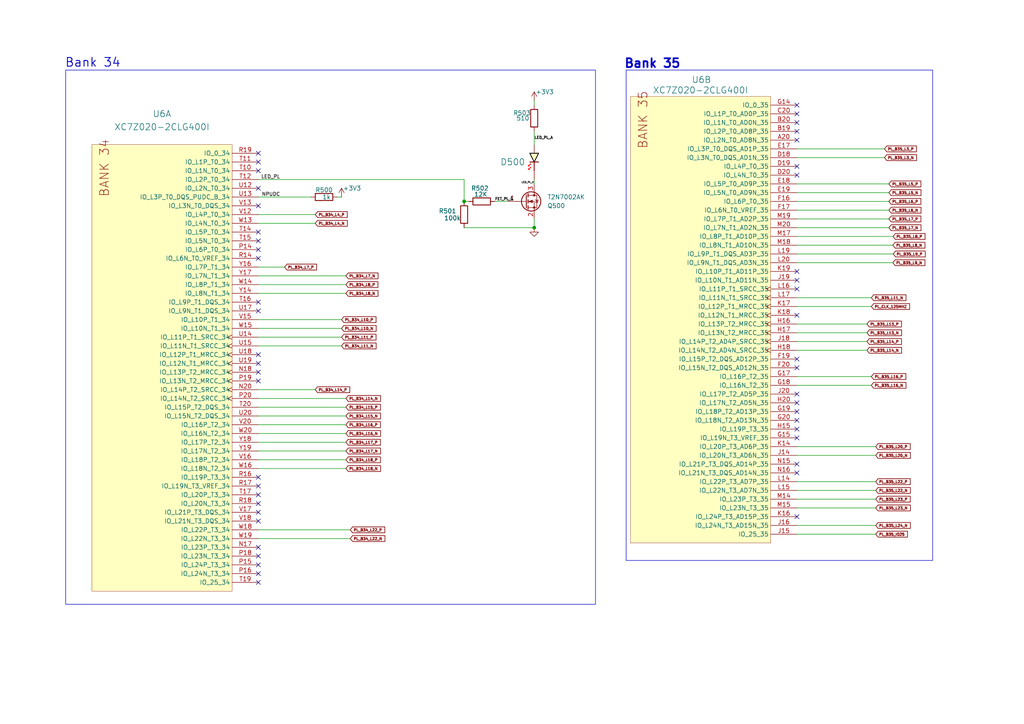
<source format=kicad_sch>
(kicad_sch (version 20231120) (generator "eeschema") (generator_version "8.0")
  (paper "A4")
  (title_block (title "Zynq Programmable Logic (PL)") (date "2024-11-30") (rev "1"))
  (junction (at 154.94 66.04))
  (junction (at 134.62 58.42))
  (no_connect (at 231.14 81.28))
  (no_connect (at 74.93 166.37))
  (no_connect (at 74.93 54.61))
  (no_connect (at 74.93 74.93))
  (no_connect (at 231.14 30.48))
  (no_connect (at 74.93 168.91))
  (no_connect (at 231.14 114.3))
  (no_connect (at 231.14 134.62))
  (no_connect (at 74.93 44.45))
  (no_connect (at 231.14 127))
  (no_connect (at 74.93 138.43))
  (no_connect (at 74.93 72.39))
  (no_connect (at 74.93 146.05))
  (no_connect (at 74.93 110.49))
  (no_connect (at 74.93 163.83))
  (no_connect (at 231.14 124.46))
  (no_connect (at 231.14 38.1))
  (no_connect (at 231.14 104.14))
  (no_connect (at 74.93 87.63))
  (no_connect (at 74.93 107.95))
  (no_connect (at 74.93 105.41))
  (no_connect (at 231.14 35.56))
  (no_connect (at 231.14 78.74))
  (no_connect (at 74.93 140.97))
  (no_connect (at 74.93 49.53))
  (no_connect (at 231.14 137.16))
  (no_connect (at 74.93 69.85))
  (no_connect (at 231.14 48.26))
  (no_connect (at 74.93 151.13))
  (no_connect (at 74.93 102.87))
  (no_connect (at 231.14 121.92))
  (no_connect (at 74.93 158.75))
  (no_connect (at 231.14 116.84))
  (no_connect (at 74.93 148.59))
  (no_connect (at 231.14 40.64))
  (no_connect (at 231.14 83.82))
  (no_connect (at 74.93 143.51))
  (no_connect (at 74.93 161.29))
  (no_connect (at 74.93 59.69))
  (no_connect (at 231.14 119.38))
  (no_connect (at 74.93 46.99))
  (no_connect (at 231.14 33.02))
  (no_connect (at 231.14 106.68))
  (no_connect (at 231.14 91.44))
  (no_connect (at 74.93 67.31))
  (no_connect (at 231.14 149.86))
  (no_connect (at 74.93 90.17))
  (no_connect (at 231.14 50.8))
  (wire (pts (xy 74.93 123.19) (xy 100.33 123.19)))
  (wire (pts (xy 99.06 57.15) (xy 97.79 57.15)))
  (wire (pts (xy 74.93 135.89) (xy 100.33 135.89)))
  (wire (pts (xy 231.14 132.08) (xy 254 132.08)))
  (wire (pts (xy 134.62 66.04) (xy 154.94 66.04)))
  (wire (pts (xy 231.14 45.72) (xy 256.54 45.72)))
  (wire (pts (xy 231.14 66.04) (xy 257.81 66.04)))
  (wire (pts (xy 231.14 86.36) (xy 252.73 86.36)))
  (wire (pts (xy 231.14 73.66) (xy 259.08 73.66)))
  (wire (pts (xy 231.14 76.2) (xy 259.08 76.2)))
  (wire (pts (xy 74.93 125.73) (xy 100.33 125.73)))
  (wire (pts (xy 231.14 144.78) (xy 254 144.78)))
  (wire (pts (xy 74.93 85.09) (xy 100.33 85.09)))
  (wire (pts (xy 154.94 38.1) (xy 154.94 41.91)))
  (wire (pts (xy 231.14 101.6) (xy 251.46 101.6)))
  (wire (pts (xy 231.14 154.94) (xy 254 154.94)))
  (wire (pts (xy 231.14 129.54) (xy 254 129.54)))
  (wire (pts (xy 231.14 71.12) (xy 259.08 71.12)))
  (wire (pts (xy 134.62 52.07) (xy 134.62 58.42)))
  (wire (pts (xy 74.93 97.79) (xy 99.06 97.79)))
  (wire (pts (xy 231.14 147.32) (xy 254 147.32)))
  (wire (pts (xy 231.14 60.96) (xy 257.81 60.96)))
  (wire (pts (xy 231.14 58.42) (xy 257.81 58.42)))
  (wire (pts (xy 74.93 95.25) (xy 99.06 95.25)))
  (wire (pts (xy 154.94 52.07) (xy 154.94 53.34)))
  (wire (pts (xy 74.93 62.23) (xy 91.44 62.23)))
  (wire (pts (xy 74.93 100.33) (xy 99.06 100.33)))
  (wire (pts (xy 74.93 118.11) (xy 100.33 118.11)))
  (wire (pts (xy 154.94 66.04) (xy 154.94 63.5)))
  (wire (pts (xy 74.93 128.27) (xy 100.33 128.27)))
  (wire (pts (xy 231.14 55.88) (xy 257.81 55.88)))
  (wire (pts (xy 74.93 52.07) (xy 134.62 52.07)))
  (wire (pts (xy 231.14 109.22) (xy 252.73 109.22)))
  (wire (pts (xy 74.93 92.71) (xy 99.06 92.71)))
  (wire (pts (xy 231.14 43.18) (xy 256.54 43.18)))
  (wire (pts (xy 231.14 88.9) (xy 252.73 88.9)))
  (wire (pts (xy 231.14 152.4) (xy 254 152.4)))
  (wire (pts (xy 82.55 77.47) (xy 74.93 77.47)))
  (wire (pts (xy 251.46 93.98) (xy 231.14 93.98)))
  (wire (pts (xy 74.93 133.35) (xy 100.33 133.35)))
  (wire (pts (xy 231.14 96.52) (xy 251.46 96.52)))
  (wire (pts (xy 74.93 156.21) (xy 101.6 156.21)))
  (wire (pts (xy 231.14 142.24) (xy 254 142.24)))
  (wire (pts (xy 74.93 153.67) (xy 101.6 153.67)))
  (wire (pts (xy 231.14 111.76) (xy 252.73 111.76)))
  (wire (pts (xy 74.93 113.03) (xy 91.44 113.03)))
  (wire (pts (xy 147.32 58.42) (xy 143.51 58.42)))
  (wire (pts (xy 231.14 139.7) (xy 254 139.7)))
  (wire (pts (xy 74.93 130.81) (xy 100.33 130.81)))
  (wire (pts (xy 154.94 29.21) (xy 154.94 30.48)))
  (wire (pts (xy 74.93 80.01) (xy 100.33 80.01)))
  (wire (pts (xy 231.14 68.58) (xy 259.08 68.58)))
  (wire (pts (xy 231.14 99.06) (xy 251.46 99.06)))
  (wire (pts (xy 74.93 82.55) (xy 100.33 82.55)))
  (wire (pts (xy 74.93 120.65) (xy 100.33 120.65)))
  (wire (pts (xy 231.14 53.34) (xy 257.81 53.34)))
  (wire (pts (xy 231.14 63.5) (xy 257.81 63.5)))
  (wire (pts (xy 134.62 58.42) (xy 135.89 58.42)))
  (wire (pts (xy 74.93 115.57) (xy 100.33 115.57)))
  (wire (pts (xy 74.93 57.15) (xy 90.17 57.15)))
  (wire (pts (xy 74.93 64.77) (xy 91.44 64.77)))
  (rectangle (start 19.05 20.32) (end 172.72 175.26))
  (rectangle (start 181.61 20.32) (end 270.51 162.56))
  (text "Bank 35" (at 189.23 18.542 0) (effects (font (size 2.54 2.54) (thickness 0.508) (bold yes))))
  (text "Bank 34" (at 26.924 18.288 0) (effects (font (size 2.54 2.54) (thickness 0.254) (bold yes))))
  (label "LED_PL_A" (at 154.94 40.64 0) (effects (font (size 0.762 0.762) (thickness 0.254) (bold yes))))
  (label "NPUDC" (at 81.28 57.15 180) (effects (font (size 1.016 1.016))))
  (label "FET_PL_G" (at 143.51 58.42 0) (effects (font (size 0.762 0.762) (thickness 0.254) (bold yes))))
  (label "LED_PL" (at 81.28 52.07 180) (effects (font (size 1.016 1.016))))
  (label "LED_PL_K" (at 154.94 53.34 180) (effects (font (size 0.508 0.508) (thickness 0.254) (bold yes))))
  (global_label "PL_B34_L10_P" (shape input) (at 99.06 92.71 0) (effects (font (size 0.762 0.762) (thickness 0.254) (bold yes))) (property "Intersheetrefs" "${INTERSHEET_REFS}" (effects (hide yes))))
  (global_label "PL_B34_L16_P" (shape input) (at 100.33 123.19 0) (effects (font (size 0.762 0.762) (thickness 0.254) (bold yes))) (property "Intersheetrefs" "${INTERSHEET_REFS}" (effects (hide yes))))
  (global_label "PL_B35_L8_P" (shape input) (at 259.0323 68.58 0) (effects (font (size 0.762 0.762) (thickness 0.254) (bold yes))) (property "Intersheetrefs" "${INTERSHEET_REFS}" (effects (hide yes))))
  (global_label "PL_B34_L22_P" (shape input) (at 101.6 153.67 0) (effects (font (size 0.762 0.762) (thickness 0.254) (bold yes))) (property "Intersheetrefs" "${INTERSHEET_REFS}" (effects (hide yes))))
  (global_label "PL_B34_L16_N" (shape input) (at 100.33 125.73 0) (effects (font (size 0.762 0.762) (thickness 0.254) (bold yes))) (property "Intersheetrefs" "${INTERSHEET_REFS}" (effects (hide yes))))
  (global_label "PL_B35_L9_P" (shape input) (at 259.08 73.66 0) (effects (font (size 0.762 0.762) (thickness 0.254) (bold yes))) (property "Intersheetrefs" "${INTERSHEET_REFS}" (effects (hide yes))))
  (global_label "PL_B34_L8_P" (shape input) (at 100.33 82.55 0) (effects (font (size 0.762 0.762) (thickness 0.254) (bold yes))) (property "Intersheetrefs" "${INTERSHEET_REFS}" (effects (hide yes))))
  (global_label "PL_B34_L8_N" (shape input) (at 100.33 85.09 0) (effects (font (size 0.762 0.762) (thickness 0.254) (bold yes))) (property "Intersheetrefs" "${INTERSHEET_REFS}" (effects (hide yes))))
  (global_label "PL_B35_L6_N" (shape input) (at 257.81 60.96 0) (effects (font (size 0.762 0.762) (thickness 0.254) (bold yes))) (property "Intersheetrefs" "${INTERSHEET_REFS}" (effects (hide yes))))
  (global_label "PL_B34_L7_P" (shape input) (at 82.55 77.47 0) (effects (font (size 0.762 0.762) (thickness 0.254) (bold yes))) (property "Intersheetrefs" "${INTERSHEET_REFS}" (effects (hide yes))))
  (global_label "PL_B34_L18_P" (shape input) (at 100.33 133.35 0) (effects (font (size 0.762 0.762) (thickness 0.254) (bold yes))) (property "Intersheetrefs" "${INTERSHEET_REFS}" (effects (hide yes))))
  (global_label "PL_B34_L22_N" (shape input) (at 101.6 156.21 0) (effects (font (size 0.762 0.762) (thickness 0.254) (bold yes))) (property "Intersheetrefs" "${INTERSHEET_REFS}" (effects (hide yes))))
  (global_label "PL_B34_L15_N" (shape input) (at 100.33 120.65 0) (effects (font (size 0.762 0.762) (thickness 0.254) (bold yes))) (property "Intersheetrefs" "${INTERSHEET_REFS}" (effects (hide yes))))
  (global_label "PL_B35_L11_N" (shape input) (at 252.73 86.36 0) (effects (font (size 0.762 0.762) (thickness 0.254) (bold yes))) (property "Intersheetrefs" "${INTERSHEET_REFS}" (effects (hide yes))))
  (global_label "PL_B35_L3_N" (shape input) (at 256.54 45.72 0) (effects (font (size 0.762 0.762) (thickness 0.254) (bold yes))) (property "Intersheetrefs" "${INTERSHEET_REFS}" (effects (hide yes))))
  (global_label "PL_CLK_125MHZ" (shape input) (at 252.73 88.9 0) (effects (font (size 0.762 0.762) (thickness 0.254) (bold yes))) (property "Intersheetrefs" "${INTERSHEET_REFS}" (effects (hide yes))))
  (global_label "PL_B35_L23_P" (shape input) (at 254 144.78 0) (effects (font (size 0.762 0.762) (thickness 0.254) (bold yes))) (property "Intersheetrefs" "${INTERSHEET_REFS}" (effects (hide yes))))
  (global_label "PL_B35_L16_N" (shape input) (at 252.73 111.76 0) (effects (font (size 0.762 0.762) (thickness 0.254) (bold yes))) (property "Intersheetrefs" "${INTERSHEET_REFS}" (effects (hide yes))))
  (global_label "PL_B34_L15_P" (shape input) (at 100.33 118.11 0) (effects (font (size 0.762 0.762) (thickness 0.254) (bold yes))) (property "Intersheetrefs" "${INTERSHEET_REFS}" (effects (hide yes))))
  (global_label "PL_B34_L14_N" (shape input) (at 100.33 115.57 0) (effects (font (size 0.762 0.762) (thickness 0.254) (bold yes))) (property "Intersheetrefs" "${INTERSHEET_REFS}" (effects (hide yes))))
  (global_label "PL_B34_L4_P" (shape input) (at 91.44 62.23 0) (effects (font (size 0.762 0.762) (thickness 0.254) (bold yes))) (property "Intersheetrefs" "${INTERSHEET_REFS}" (effects (hide yes))))
  (global_label "PL_B35_L3_P" (shape input) (at 256.54 43.18 0) (effects (font (size 0.762 0.762) (thickness 0.254) (bold yes))) (property "Intersheetrefs" "${INTERSHEET_REFS}" (effects (hide yes))))
  (global_label "PL_B35_L13_N" (shape input) (at 251.46 96.52 0) (effects (font (size 0.762 0.762) (thickness 0.254) (bold yes))) (property "Intersheetrefs" "${INTERSHEET_REFS}" (effects (hide yes))))
  (global_label "PL_B34_L10_N" (shape input) (at 99.06 95.25 0) (effects (font (size 0.762 0.762) (thickness 0.254) (bold yes))) (property "Intersheetrefs" "${INTERSHEET_REFS}" (effects (hide yes))))
  (global_label "PL_B35_L23_N" (shape input) (at 254 147.32 0) (effects (font (size 0.762 0.762) (thickness 0.254) (bold yes))) (property "Intersheetrefs" "${INTERSHEET_REFS}" (effects (hide yes))))
  (global_label "PL_B34_L11_P" (shape input) (at 99.06 97.79 0) (effects (font (size 0.762 0.762) (thickness 0.254) (bold yes))) (property "Intersheetrefs" "${INTERSHEET_REFS}" (effects (hide yes))))
  (global_label "PL_B34_L11_N" (shape input) (at 99.06 100.33 0) (effects (font (size 0.762 0.762) (thickness 0.254) (bold yes))) (property "Intersheetrefs" "${INTERSHEET_REFS}" (effects (hide yes))))
  (global_label "PL_B35_L7_N" (shape input) (at 257.81 66.04 0) (effects (font (size 0.762 0.762) (thickness 0.254) (bold yes))) (property "Intersheetrefs" "${INTERSHEET_REFS}" (effects (hide yes))))
  (global_label "PL_B34_L7_N" (shape input) (at 100.33 80.01 0) (effects (font (size 0.762 0.762) (thickness 0.254) (bold yes))) (property "Intersheetrefs" "${INTERSHEET_REFS}" (effects (hide yes))))
  (global_label "PL_B35_L24_N" (shape input) (at 254 152.4 0) (effects (font (size 0.762 0.762) (thickness 0.254) (bold yes))) (property "Intersheetrefs" "${INTERSHEET_REFS}" (effects (hide yes))))
  (global_label "PL_B35_L8_N" (shape input) (at 258.9604 71.12 0) (effects (font (size 0.762 0.762) (thickness 0.254) (bold yes))) (property "Intersheetrefs" "${INTERSHEET_REFS}" (effects (hide yes))))
  (global_label "PL_B35_L5_P" (shape input) (at 257.81 53.34 0) (effects (font (size 0.762 0.762) (thickness 0.254) (bold yes))) (property "Intersheetrefs" "${INTERSHEET_REFS}" (effects (hide yes))))
  (global_label "PL_B35_IO25" (shape input) (at 254 154.94 0) (effects (font (size 0.762 0.762) (thickness 0.254) (bold yes))) (property "Intersheetrefs" "${INTERSHEET_REFS}" (effects (hide yes))))
  (global_label "PL_B35_L7_P" (shape input) (at 257.81 63.5 0) (effects (font (size 0.762 0.762) (thickness 0.254) (bold yes))) (property "Intersheetrefs" "${INTERSHEET_REFS}" (effects (hide yes))))
  (global_label "PL_B34_L4_N" (shape input) (at 91.44 64.77 0) (effects (font (size 0.762 0.762) (thickness 0.254) (bold yes))) (property "Intersheetrefs" "${INTERSHEET_REFS}" (effects (hide yes))))
  (global_label "PL_B35_L20_N" (shape input) (at 254 132.08 0) (effects (font (size 0.762 0.762) (thickness 0.254) (bold yes))) (property "Intersheetrefs" "${INTERSHEET_REFS}" (effects (hide yes))))
  (global_label "PL_B35_L14_P" (shape input) (at 251.46 99.06 0) (effects (font (size 0.762 0.762) (thickness 0.254) (bold yes))) (property "Intersheetrefs" "${INTERSHEET_REFS}" (effects (hide yes))))
  (global_label "PL_B35_L13_P" (shape input) (at 251.46 93.98 0) (effects (font (size 0.762 0.762) (thickness 0.254) (bold yes))) (property "Intersheetrefs" "${INTERSHEET_REFS}" (effects (hide yes))))
  (global_label "PL_B35_L6_P" (shape input) (at 257.81 58.42 0) (effects (font (size 0.762 0.762) (thickness 0.254) (bold yes))) (property "Intersheetrefs" "${INTERSHEET_REFS}" (effects (hide yes))))
  (global_label "PL_B35_L16_P" (shape input) (at 252.73 109.22 0) (effects (font (size 0.762 0.762) (thickness 0.254) (bold yes))) (property "Intersheetrefs" "${INTERSHEET_REFS}" (effects (hide yes))))
  (global_label "PL_B35_L5_N" (shape input) (at 257.81 55.88 0) (effects (font (size 0.762 0.762) (thickness 0.254) (bold yes))) (property "Intersheetrefs" "${INTERSHEET_REFS}" (effects (hide yes))))
  (global_label "PL_B34_L17_P" (shape input) (at 100.33 128.27 0) (effects (font (size 0.762 0.762) (thickness 0.254) (bold yes))) (property "Intersheetrefs" "${INTERSHEET_REFS}" (effects (hide yes))))
  (global_label "PL_B35_L14_N" (shape input) (at 251.46 101.6 0) (effects (font (size 0.762 0.762) (thickness 0.254) (bold yes))) (property "Intersheetrefs" "${INTERSHEET_REFS}" (effects (hide yes))))
  (global_label "PL_B35_L22_P" (shape input) (at 254 139.7 0) (effects (font (size 0.762 0.762) (thickness 0.254) (bold yes))) (property "Intersheetrefs" "${INTERSHEET_REFS}" (effects (hide yes))))
  (global_label "PL_B35_L20_P" (shape input) (at 254 129.54 0) (effects (font (size 0.762 0.762) (thickness 0.254) (bold yes))) (property "Intersheetrefs" "${INTERSHEET_REFS}" (effects (hide yes))))
  (global_label "PL_B34_L17_N" (shape input) (at 100.33 130.81 0) (effects (font (size 0.762 0.762) (thickness 0.254) (bold yes))) (property "Intersheetrefs" "${INTERSHEET_REFS}" (effects (hide yes))))
  (global_label "PL_B34_L14_P" (shape input) (at 91.44 113.03 0) (effects (font (size 0.762 0.762) (thickness 0.254) (bold yes))) (property "Intersheetrefs" "${INTERSHEET_REFS}" (effects (hide yes))))
  (global_label "PL_B35_L22_N" (shape input) (at 254 142.24 0) (effects (font (size 0.762 0.762) (thickness 0.254) (bold yes))) (property "Intersheetrefs" "${INTERSHEET_REFS}" (effects (hide yes))))
  (global_label "PL_B35_L9_N" (shape input) (at 258.9604 76.2 0) (effects (font (size 0.762 0.762) (thickness 0.254) (bold yes))) (property "Intersheetrefs" "${INTERSHEET_REFS}" (effects (hide yes))))
  (global_label "PL_B34_L18_N" (shape input) (at 100.33 135.89 0) (effects (font (size 0.762 0.762) (thickness 0.254) (bold yes))) (property "Intersheetrefs" "${INTERSHEET_REFS}" (effects (hide yes))))
  (symbol (lib_id "power:+1V0") (at 154.94 29.21 0) (mirror y) (unit 1)
    (property "Reference" "#PWR0135" (effects (hide yes)))
    (property "Value" "+3V3" (at 157.988 26.67 0))
    (property "Description" "Power symbol creates a global label with name \"+1V0\"" (effects (hide yes)))
  )
  (symbol (lib_id "Device:R") (at 139.7 58.42 270) (unit 1)
    (property "Reference" "R502" (at 139.192 54.61 90))
    (property "Value" "12K" (at 139.446 56.388 90))
    (property "Footprint" "Resistor_SMD:R_0402_1005Metric" (effects (hide yes)))
    (property "Description" "Resistor" (effects (hide yes)))
    (property "LCSC" "C25752" (effects (hide yes)))
    (property "Manufacturer Part Number" "0402WGF1202TCE" (effects (hide yes)))
  )
  (symbol (lib_id "power:+1V0") (at 99.06 57.15 0) (mirror y) (unit 1)
    (property "Reference" "#PWR0137" (effects (hide yes)))
    (property "Value" "+3V3" (at 102.108 54.61 0))
    (property "Description" "Power symbol creates a global label with name \"+1V0\"" (effects (hide yes)))
  )
  (symbol (lib_id "power:GND") (at 154.94 66.04 0) (mirror y) (unit 1)
    (property "Reference" "#PWR0136" (effects (hide yes)))
    (property "Value" "GND" (effects (hide yes)))
    (property "Description" "Power symbol creates a global label with name \"GND\" , ground" (effects (hide yes)))
  )
  (symbol (lib_id "Zynq_xc7z0x0-x:CMP-0363-00007-3") (at 26.67 41.91 0) (unit 1)
    (property "Reference" "U6" (at 46.99 33.02 0) (effects (font (size 1.8288 1.8288))))
    (property "Value" "XC7Z020-2CLG400I" (at 46.99 36.83 0) (effects (font (size 1.8288 1.8288))))
    (property "Footprint" "zynq_sc7z0x0:CLG400" (effects (hide yes)))
    (property "Description" "667 MHz Zynq™-7000 AP SoC, 130 PS I/O, 100 FPGA I/O, 400-Ball BGA, Speed Grade 1, Commercial Grade, Pb-Free" (effects (hide yes)))
    (property "Flip Flops" "35200" (effects (hide yes)))
    (property "ComponentLink6Description" "PCB and Layout Guide" (effects (hide yes)))
    (property "ComponentLink3Description" "DC and AC Switching Characteristics" (effects (hide yes)))
    (property "Speed Grade" "-1" (effects (hide yes)))
    (property "ComponentLink2URL" "http://www.xilinx.com/support/documentation/user_guides/ug865-Zynq-7000-Pkg-Pinout.pdf" (effects (hide yes)))
    (property "PackageReference" "CLG400" (effects (hide yes)))
    (property "ComponentLink3URL" "http://www.xilinx.com/support/documentation/data_sheets/ds187-XC7Z010-XC7Z020-Data-Sheet.pdf" (effects (hide yes)))
    (property "LUTs" "17600" (effects (hide yes)))
    (property "DatasheetVersion" "v1.2" (effects (hide yes)))
    (property "Generic Part Number" "XC7Z010" (effects (hide yes)))
    (property "ComponentLink2Description" "Package Specification" (effects (hide yes)))
    (property "ComponentLink1Description" "Datasheet" (effects (hide yes)))
    (property "PartNumber" "XC7Z010-1CLG400C" (effects (hide yes)))
    (property "ComponentLink5Description" "Packaging and Pinout" (effects (hide yes)))
    (property "Code_JEDEC" "MO-275-MMAA-1" (effects (hide yes)))
    (property "RoHS" "Pb-Free" (effects (hide yes)))
    (property "ComponentLink5URL" "http://www.xilinx.com/support/documentation/user_guides/ug865-Zynq-7000-Pkg-Pinout.pdf" (effects (hide yes)))
    (property "ComponentLink1URL" "http://www.xilinx.com/support/documentation/data_sheets/ds190-Zynq-7000-Overview.pdf" (effects (hide yes)))
    (property "ComponentLink4Description" "Package File" (effects (hide yes)))
    (property "ComponentLink4URL" "http://www.xilinx.com/support/packagefiles/z7packages/xc7z010clg400pkg.txt" (effects (hide yes)))
    (property "Extensible Block RAM (# 36Kb Blocks)" "240 KB (60)" (effects (hide yes)))
    (property "PackageDescription" "Wire-Bond Chip-Scale BGA, Body 17 x 17 mm, 0.8 mm Pitch" (effects (hide yes)))
    (property "PackageVersion" "Rev 1.1, 09/2012" (effects (hide yes)))
    (property "Mounting Technology" "Surface Mount" (effects (hide yes)))
    (property "ComponentLink6URL" "http://www.xilinx.com/support/documentation/user_guides/ug483_7Series_PCB.pdf" (effects (hide yes)))
    (property "LCSC" "C569043" (effects (hide yes)))
    (property "Manufacturer Part Number" "XC7Z020-2CLG400I" (effects (hide yes)))
  )
  (symbol (lib_id "Device:R") (at 134.62 62.23 0) (unit 1)
    (property "Reference" "R501" (at 127.254 61.214 0) (effects (justify left)))
    (property "Value" "100k" (at 128.778 63.246 0) (effects (justify left)))
    (property "Footprint" "Resistor_SMD:R_0402_1005Metric" (effects (hide yes)))
    (property "Description" "Resistor" (effects (hide yes)))
    (property "LCSC" "C25741" (effects (hide yes)))
    (property "Manufacturer Part Number" "0402WGF1003TCE" (effects (hide yes)))
  )
  (symbol (lib_id "Device:R") (at 154.94 34.29 0) (mirror x) (unit 1)
    (property "Reference" "R503" (at 151.384 32.766 0))
    (property "Value" "510" (at 151.638 34.29 0))
    (property "Footprint" "Resistor_SMD:R_0402_1005Metric" (effects (hide yes)))
    (property "Description" "Resistor" (effects (hide yes)))
    (property "LCSC" "C1119" (effects (hide yes)))
    (property "Manufacturer Part Number" "RC-02W511JT" (effects (hide yes)))
  )
  (symbol (lib_id "Schematic-Lib-PhilsLab:LED_0402_RED") (at 154.94 46.99 90) (mirror x) (unit 1)
    (property "Reference" "D500" (at 152.4 46.9899 90) (effects (font (size 1.8288 1.8288)) (justify left)))
    (property "Value" "RED" (effects (hide yes)))
    (property "Footprint" "LED_0402_RED" (effects (hide yes)))
    (property "Description" "LED 0402 RED SMD" (effects (hide yes)))
    (property "LCSC" "C130719" (effects (hide yes)))
    (property "Manufacturer Part Number" "NCD0402R1" (effects (hide yes)))
  )
  (symbol (lib_id "Transistor_FET:T2N7002AK") (at 152.4 58.42 0) (unit 1)
    (property "Reference" "Q500" (at 158.75 59.6901 0) (effects (justify left)))
    (property "Value" "T2N7002AK" (at 158.75 57.1501 0) (effects (justify left)))
    (property "Footprint" "Package_TO_SOT_SMD:SOT-23" (effects (hide yes)))
    (property "Datasheet" "https://toshiba.semicon-storage.com/info/docget.jsp?did=29712&prodName=T2N7002AK" (effects (hide yes)))
    (property "Description" "60V Vds, 0.2A Id, N-Channel MOSFET, SOT-23" (effects (hide yes)))
    (property "LCSC" "C516175" (effects (hide yes)))
    (property "Manufacturer Part Number" " T2N7002AK,LM" (effects (hide yes)))
  )
  (symbol (lib_id "Device:R") (at 93.98 57.15 270) (mirror x) (unit 1)
    (property "Reference" "R500" (at 91.44 55.118 90) (effects (justify left)))
    (property "Value" "1k" (at 93.472 57.15 90) (effects (justify left)))
    (property "Footprint" "Resistor_SMD:R_0402_1005Metric" (effects (hide yes)))
    (property "Description" "Resistor" (effects (hide yes)))
    (property "LCSC" "C11702" (effects (hide yes)))
    (property "Manufacturer Part Number" "0402WGF1001TCE" (effects (hide yes)))
  )
  (symbol (lib_id "Zynq_xc7z0x0-x:CMP-0363-00007-3") (at 182.88 27.94 0) (unit 2)
    (property "Reference" "U6" (at 203.454 23.114 0) (effects (font (size 1.8288 1.8288))))
    (property "Value" "XC7Z020-2CLG400I" (at 203.2 26.162 0) (effects (font (size 1.8288 1.8288))))
    (property "Footprint" "zynq_sc7z0x0:CLG400" (effects (hide yes)))
    (property "Description" "667 MHz Zynq™-7000 AP SoC, 130 PS I/O, 100 FPGA I/O, 400-Ball BGA, Speed Grade 1, Commercial Grade, Pb-Free" (effects (hide yes)))
    (property "Flip Flops" "35200" (effects (hide yes)))
    (property "ComponentLink6Description" "PCB and Layout Guide" (effects (hide yes)))
    (property "ComponentLink3Description" "DC and AC Switching Characteristics" (effects (hide yes)))
    (property "Speed Grade" "-1" (effects (hide yes)))
    (property "ComponentLink2URL" "http://www.xilinx.com/support/documentation/user_guides/ug865-Zynq-7000-Pkg-Pinout.pdf" (effects (hide yes)))
    (property "PackageReference" "CLG400" (effects (hide yes)))
    (property "ComponentLink3URL" "http://www.xilinx.com/support/documentation/data_sheets/ds187-XC7Z010-XC7Z020-Data-Sheet.pdf" (effects (hide yes)))
    (property "LUTs" "17600" (effects (hide yes)))
    (property "DatasheetVersion" "v1.2" (effects (hide yes)))
    (property "Generic Part Number" "XC7Z010" (effects (hide yes)))
    (property "ComponentLink2Description" "Package Specification" (effects (hide yes)))
    (property "ComponentLink1Description" "Datasheet" (effects (hide yes)))
    (property "PartNumber" "XC7Z010-1CLG400C" (effects (hide yes)))
    (property "ComponentLink5Description" "Packaging and Pinout" (effects (hide yes)))
    (property "Code_JEDEC" "MO-275-MMAA-1" (effects (hide yes)))
    (property "RoHS" "Pb-Free" (effects (hide yes)))
    (property "ComponentLink5URL" "http://www.xilinx.com/support/documentation/user_guides/ug865-Zynq-7000-Pkg-Pinout.pdf" (effects (hide yes)))
    (property "ComponentLink1URL" "http://www.xilinx.com/support/documentation/data_sheets/ds190-Zynq-7000-Overview.pdf" (effects (hide yes)))
    (property "ComponentLink4Description" "Package File" (effects (hide yes)))
    (property "ComponentLink4URL" "http://www.xilinx.com/support/packagefiles/z7packages/xc7z010clg400pkg.txt" (effects (hide yes)))
    (property "Extensible Block RAM (# 36Kb Blocks)" "240 KB (60)" (effects (hide yes)))
    (property "PackageDescription" "Wire-Bond Chip-Scale BGA, Body 17 x 17 mm, 0.8 mm Pitch" (effects (hide yes)))
    (property "PackageVersion" "Rev 1.1, 09/2012" (effects (hide yes)))
    (property "Mounting Technology" "Surface Mount" (effects (hide yes)))
    (property "ComponentLink6URL" "http://www.xilinx.com/support/documentation/user_guides/ug483_7Series_PCB.pdf" (effects (hide yes)))
    (property "LCSC" "C569043" (effects (hide yes)))
    (property "Manufacturer Part Number" "XC7Z020-2CLG400I" (effects (hide yes)))
  )
)
</source>
